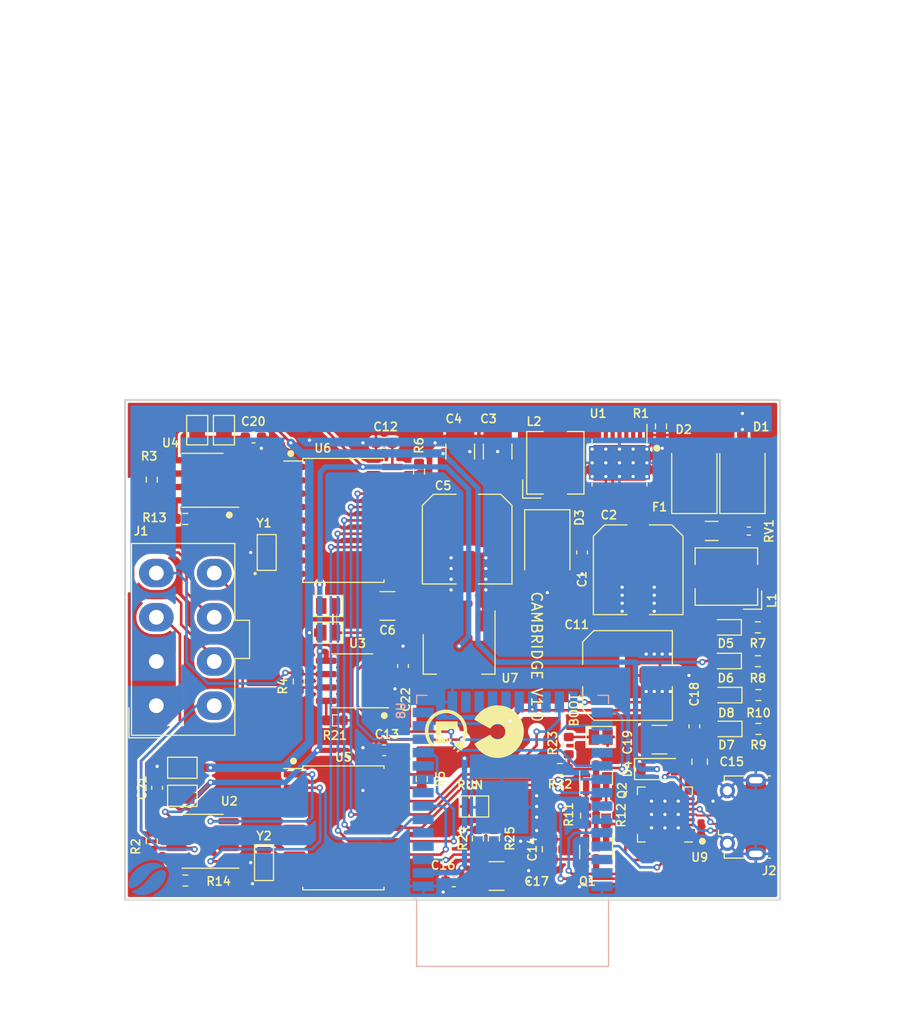
<source format=kicad_pcb>
(kicad_pcb (version 20211014) (generator pcbnew)
  (title_block (title "CAMBRIDGE V1.0") (date "2022-07-22") (rev "1") (company "CUSTOM LITHIUM") (comment 1 "ROUTING: Iwan Greyling"))
  (layers (0 "F.Cu" signal) (31 "B.Cu" signal) (34 "B.Paste" user) (35 "F.Paste" user) (36 "B.SilkS" user "B.Silkscreen") (37 "F.SilkS" user "F.Silkscreen") (38 "B.Mask" user) (39 "F.Mask" user) (44 "Edge.Cuts" user))
  (net 0 "")
  (net 1 "+12V")
  (net 2 "GND")
  (net 3 "+5V")
  (net 4 "+3V3")
  (net 5 "/EN")
  (net 6 "Net-(C15-Pad2)")
  (net 7 "/V_USB")
  (net 8 "Net-(C20-Pad1)")
  (net 9 "Net-(C21-Pad1)")
  (net 10 "Net-(C22-Pad1)")
  (net 11 "Net-(D1-Pad1)")
  (net 12 "VBUS")
  (net 13 "Net-(D3-Pad1)")
  (net 14 "Net-(D5-Pad1)")
  (net 15 "Net-(D6-Pad1)")
  (net 16 "Net-(D7-Pad1)")
  (net 17 "/LED1")
  (net 18 "Net-(D8-Pad1)")
  (net 19 "/LED0")
  (net 20 "Net-(F1-Pad2)")
  (net 21 "/CAN_B_L")
  (net 22 "/CAN_C_L")
  (net 23 "/CAN_B_H")
  (net 24 "/CAN_A_L")
  (net 25 "/CAN_A_H")
  (net 26 "/CAN_C_H")
  (net 27 "/USB_D-")
  (net 28 "/USB_D+")
  (net 29 "/OTG")
  (net 30 "/RTS")
  (net 31 "Net-(Q1-Pad2)")
  (net 32 "/DTR")
  (net 33 "Net-(Q2-Pad2)")
  (net 34 "Net-(R1-Pad2)")
  (net 35 "Net-(R5-Pad1)")
  (net 36 "Net-(R6-Pad1)")
  (net 37 "Net-(U2-Pad1)")
  (net 38 "Net-(U2-Pad4)")
  (net 39 "Net-(R13-Pad2)")
  (net 40 "/CAN_INT_TX")
  (net 41 "/CAN_INT_RX")
  (net 42 "Net-(R14-Pad2)")
  (net 43 "Net-(U4-Pad1)")
  (net 44 "Net-(U4-Pad4)")
  (net 45 "Net-(R21-Pad2)")
  (net 50 "Net-(U5-Pad7)")
  (net 51 "Net-(U5-Pad8)")
  (net 54 "/INT_CAN1")
  (net 55 "/SCK")
  (net 56 "/MOSI")
  (net 57 "/MISO")
  (net 58 "/CS_CAN1")
  (net 63 "Net-(U6-Pad7)")
  (net 64 "Net-(U6-Pad8)")
  (net 67 "/INT_CAN0")
  (net 68 "/CS_CAN0")
  (net 82 "/IO0")
  (net 87 "/ESP_RX")
  (net 88 "/ESP_TX")
  (net 91 "/DCD")
  (net 92 "/RI")
  (net 96 "/ACTIVE")
  (net 108 "/CTS")
  (net 109 "/DSR")
  (net 110 "Net-(J3-Pad1)")
  (net 111 "Net-(J4-Pad1)")
  (footprint "Inductor_SMD:L_Bourns_SRP5030T" (layer "F.Cu") (at 181.61 91.44 180)
    (fp_text reference "L1")
    (fp_text value "470u")
  )
  (footprint "Capacitor_SMD:C_1210_3225Metric" (layer "F.Cu") (at 149.401 94.234 180)
    (fp_text reference "C6")
    (fp_text value "4U7")
  )
  (footprint "Capacitor_SMD:C_0603_1608Metric" (layer "F.Cu") (at 136.665 78.232)
    (fp_text reference "C20")
    (fp_text value "100NF")
  )
  (footprint "Resistor_SMD:R_0603_1608Metric" (layer "F.Cu") (at 130.187991 85.966519 180)
    (fp_text reference "R13")
    (fp_text value "10K")
  )
  (footprint "Jumper:SolderJumper-2_P1.3mm_Open_Pad1.0x1.5mm" (layer "F.Cu") (at 129.906 109.601 180)
    (fp_text reference "R17" hide)
    (fp_text value "0R")
  )
  (footprint "Jumper:SolderJumper-2_P1.3mm_Open_Pad1.0x1.5mm" (layer "F.Cu") (at 133.858 77.534 -90)
    (fp_text reference "R16" hide)
    (fp_text value "0R")
  )
  (footprint "Capacitor_SMD:C_1210_3225Metric" (layer "F.Cu") (at 175.26 106.934 180)
    (fp_text reference "C19")
    (fp_text value "4U7")
  )
  (footprint "Connector_Molex:Molex_Mini-Fit_Jr_5566-08A_2x04_P4.20mm_Vertical" (layer "F.Cu") (at 127.433 103.709 90)
    (fp_text reference "J1")
    (fp_text value "Conn_01x08")
  )
  (footprint "Package_TO_SOT_SMD:SOT-23" (layer "F.Cu") (at 169.23 110.5685 90)
    (fp_text reference "Q2")
    (fp_text value "PN2222A")
  )
  (footprint "Capacitor_SMD:C_0603_1608Metric" (layer "F.Cu") (at 150.876 99.932395 90)
    (fp_text reference "C22")
    (fp_text value "100NF")
  )
  (footprint "Resistor_SMD:R_0603_1608Metric" (layer "F.Cu") (at 127 82.233 -90)
    (fp_text reference "R3")
    (fp_text value "120R")
  )
  (footprint "Jumper:SolderJumper-2_P1.3mm_Open_Pad1.0x1.5mm" (layer "F.Cu") (at 129.906 112.268 180)
    (fp_text reference "R19" hide)
    (fp_text value "0R")
  )
  (footprint "Resistor_SMD:R_0603_1608Metric" (layer "F.Cu") (at 127 116.586 -90)
    (fp_text reference "R2")
    (fp_text value "120R")
  )
  (footprint "Jumper:SolderJumper-2_P1.3mm_Open_Pad1.0x1.5mm" (layer "F.Cu") (at 143.758 96.774)
    (fp_text reference "R18" hide)
    (fp_text value "0R")
  )
  (footprint "Capacitor_SMD:C_0805_2012Metric" (layer "F.Cu") (at 179.07 109.032 -90)
    (fp_text reference "C15")
    (fp_text value "1UF")
  )
  (footprint "Package_SO:SOIC-8_3.9x4.9mm_P1.27mm" (layer "F.Cu") (at 131.826 82.296 180)
    (fp_text reference "U4")
    (fp_text value "SN65HVD231")
  )
  (footprint "Capacitor_SMD:C_0603_1608Metric" (layer "F.Cu") (at 155.702 120.396 180)
    (fp_text reference "C16")
    (fp_text value "100NF")
  )
  (footprint "Capacitor_SMD:C_0603_1608Metric" (layer "F.Cu") (at 149.085 107.95 180)
    (fp_text reference "C13")
    (fp_text value "100NF")
  )
  (footprint "Fiducial:Fiducial_1mm_Mask2mm" (layer "F.Cu") (at 126.746 76.708)
    (fp_text reference "FID2" hide)
    (fp_text value "Fiducial")
  )
  (footprint "Diode_SMD:D_SMB" (layer "F.Cu") (at 164.592 88.646 -90)
    (fp_text reference "D3")
    (fp_text value "D_Schottky")
  )
  (footprint "Jumper:SolderJumper-2_P1.3mm_Open_Pad1.0x1.5mm" (layer "F.Cu") (at 157.622 113.284 180)
    (fp_text reference "RUN")
    (fp_text value "Conn_01x02_Male")
  )
  (footprint "Diode_SMD:D_SMB" (layer "F.Cu") (at 178.562 81.906 90)
    (fp_text reference "D2")
    (fp_text value "SM6T15A")
  )
  (footprint "Inductor_SMD:L_Bourns_SRP5030T" (layer "F.Cu") (at 165.354 80.636 90)
    (fp_text reference "L2")
    (fp_text value "4u7H")
  )
  (footprint "Resistor_SMD:R_0603_1608Metric" (layer "F.Cu") (at 184.658 105.918 180)
    (fp_text reference "R9")
    (fp_text value "470R")
  )
  (footprint "Fiducial:Fiducial_1mm_Mask2mm" (layer "F.Cu") (at 181.102 120.396)
    (fp_text reference "FID1" hide)
    (fp_text value "Fiducial")
  )
  (footprint "LED_SMD:LED_0603_1608Metric" (layer "F.Cu") (at 181.547 96.266 180)
    (fp_text reference "D5")
    (fp_text value "LED_Small")
  )
  (footprint "Capacitor_SMD:C_0603_1608Metric" (layer "F.Cu") (at 149.085 78.74 180)
    (fp_text reference "C12")
    (fp_text value "100NF")
  )
  (footprint "Capacitor_SMD:C_1210_3225Metric" (layer "F.Cu") (at 159.766 119.888)
    (fp_text reference "C17")
    (fp_text value "4U7")
  )
  (footprint "Capacitor_SMD:C_0603_1608Metric" (layer "F.Cu") (at 127.508 111.506 90)
    (fp_text reference "C21")
    (fp_text value "100NF")
  )
  (footprint "Resistor_SMD:R_0603_1608Metric" (layer "F.Cu") (at 130.18311 120.319389 180)
    (fp_text reference "R14")
    (fp_text value "10K")
  )
  (footprint "Resistor_SMD:R_0603_1608Metric" (layer "F.Cu") (at 152.654 110.681 90)
    (fp_text reference "R5")
    (fp_text value "10K")
  )
  (footprint "Capacitor_SMD:C_Elec_8x6.2" (layer "F.Cu") (at 156.972 87.884 -90)
    (fp_text reference "C5")
    (fp_text value "220uF")
  )
  (footprint "LOGO" (layer "F.Cu") (at 154.94 106.172 -90)
    (fp_text reference "G***" hide)
    (fp_text value "LOGO" hide)
  )
  (footprint "Capacitor_SMD:C_Elec_8x6.2" (layer "F.Cu") (at 172.212 100.838)
    (fp_text reference "C11")
    (fp_text value "220uF")
  )
  (footprint "Resistor_SMD:R_0603_1608Metric" (layer "F.Cu") (at 184.598582 99.483333 180)
    (fp_text reference "R8")
    (fp_text value "1K")
  )
  (footprint "Fuse:Fuse_1206_3216Metric" (layer "F.Cu") (at 180.216 87.106293)
    (fp_text reference "F1")
    (fp_text value "Polyfuse")
  )
  (footprint "Resistor_SMD:R_0603_1608Metric" (layer "F.Cu") (at 140.97 101.409 -90)
    (fp_text reference "R4")
    (fp_text value "120R")
  )
  (footprint "Package_SO:SOIC-18W_7.5x11.6mm_P1.27mm" (layer "F.Cu") (at 145.21 86.106)
    (fp_text reference "U6")
    (fp_text value "MCP2515-xSO")
  )
  (footprint "Diode_SMD:D_SMB" (layer "F.Cu") (at 183.134 81.906 90)
    (fp_text reference "D1")
    (fp_text value "D_Schottky")
  )
  (footprint "Resistor_SMD:R_0603_1608Metric" (layer "F.Cu") (at 166.624 107.505 -90)
    (fp_text reference "R23")
    (fp_text value "470R")
  )
  (footprint "Resistor_SMD:R_0402_1005Metric" (layer "F.Cu") (at 183.74353 87.122)
    (fp_text reference "RV1")
    (fp_text value "Varistor")
  )
  (footprint "IG - XTAL:CSTCE8M00G15C99-R0" (layer "F.Cu") (at 137.668 118.618 90)
    (fp_text reference "Y2")
    (fp_text value "CSTCE8M00G15C99-R0")
  )
  (footprint "LED_SMD:LED_0603_1608Metric" (layer "F.Cu") (at 181.61 105.918 180)
    (fp_text reference "D7")
    (fp_text value "LED_Small")
  )
  (footprint "LED_SMD:LED_0603_1608Metric" (layer "F.Cu") (at 181.55072 99.46396 180)
    (fp_text reference "D6")
    (fp_text value "LED_Small")
  )
  (footprint "Capacitor_SMD:C_0805_2012Metric" (layer "F.Cu") (at 164.846 117.348 90)
    (fp_text reference "C14")
    (fp_text value "1UF")
  )
  (footprint "LOGO" (layer "F.Cu") (at 160.02 106.172 -90)
    (fp_text reference "G***" hide)
    (fp_text value "LOGO" hide)
  )
  (footprint "Resistor_SMD:R_0603_1608Metric" (layer "F.Cu") (at 184.595 96.266 180)
    (fp_text reference "R7")
    (fp_text value "470R")
  )
  (footprint "Package_TO_SOT_SMD:SOT-223-3_TabPin2" (layer "F.Cu") (at 156.21 98.806 -90)
    (fp_text reference "U7")
    (fp_text value "AP1117-15")
  )
  (footprint "Package_SO:SOIC-18W_7.5x11.6mm_P1.27mm" (layer "F.Cu") (at 145.21 115.316)
    (fp_text reference "U5")
    (fp_text value "MCP2515-xSO")
  )
  (footprint "Capacitor_SMD:C_0603_1608Metric" (layer "F.Cu") (at 167.894 89.154 -90)
    (fp_text reference "C1")
    (fp_text value "100NF")
  )
  (footprint "Diode_SMD:D_SOD-123" (layer "F.Cu") (at 175.134 109.728)
    (fp_text reference "D4")
    (fp_text value "D_Schottky")
  )
  (footprint "LED_SMD:LED_0603_1608Metric" (layer "F.Cu") (at 181.604642 102.701944 180)
    (fp_text reference "D8")
    (fp_text value "LED_Small")
  )
  (footprint "Package_SO:HTSSOP-14-1EP_4.4x5mm_P0.65mm_EP3.4x5mm_Mask3x3.1mm_ThermalVias" (layer "F.Cu") (at 171.45 80.636 -90)
    (fp_text reference "U1")
    (fp_text value "TLF50211")
  )
  (footprint "Resistor_SMD:R_0603_1608Metric" (layer "F.Cu") (at 184.658 102.700666 180)
    (fp_text reference "R10")
    (fp_text value "470R")
  )
  (footprint "Connector_USB:USB_Micro-B_Molex-105017-0001" (layer "F.Cu") (at 183.1665 114.284 90)
    (fp_text reference "J2")
    (fp_text value "USB_B_Micro")
  )
  (footprint "Capacitor_SMD:C_0603_1608Metric" (layer "F.Cu") (at 178.562 105.664 90)
    (fp_text reference "C18")
    (fp_text value "100NF")
  )
  (footprint "Jumper:SolderJumper-2_P1.3mm_Open_Pad1.0x1.5mm" (layer "F.Cu") (at 143.758 94.234)
    (fp_text reference "R20" hide)
    (fp_text value "0R")
  )
  (footprint "Jumper:SolderJumper-2_P1.3mm_Open_Pad1.0x1.5mm" (layer "F.Cu") (at 169.672 106.68)
    (fp_text reference "BOOT")
    (fp_text value "Conn_01x02_Male")
  )
  (footprint "Resistor_SMD:R_0603_1608Metric" (layer "F.Cu") (at 157.988 116.332 90)
    (fp_text reference "R24")
    (fp_text value "12K")
  )
  (footprint "IG - XTAL:CSTCE8M00G15C99-R0" (layer "F.Cu") (at 137.922 89.154 90)
    (fp_text reference "Y1")
    (fp_text value "CSTCE8M00G15C99-R0")
  )
  (footprint "Resistor_SMD:R_0603_1608Metric" (layer "F.Cu") (at 159.512 116.332 -90)
    (fp_text reference "R25")
    (fp_text value "470R")
  )
  (footprint "Resistor_SMD:R_0603_1608Metric" (layer "F.Cu") (at 175.39264 77.179545 90)
    (fp_text reference "R1")
    (fp_text value "47K")
  )
  (footprint "Package_DFN_QFN:QFN-28-1EP_5x5mm_P0.5mm_EP3.35x3.35mm" (layer "F.Cu") (at 175.768 114.046 180)
    (fp_text reference "U9")
    (fp_text value "CP2102N-Axx-xQFN28")
  )
  (footprint "Jumper:SolderJumper-2_P1.3mm_Open_Pad1.0x1.5mm" (layer "F.Cu") (at 131.318 77.534 -90)
    (fp_text reference "R15" hide)
    (fp_text value "0R")
  )
  (footprint "Resistor_SMD:R_0603_1608Metric" (layer "F.Cu") (at 152.4 81.471 90)
    (fp_text reference "R6")
    (fp_text value "10K")
  )
  (footprint "Package_SO:SOIC-8_3.9x4.9mm_P1.27mm" (layer "F.Cu") (at 146.05 101.346 180)
    (fp_text reference "U3")
    (fp_text value "SN65HVD231")
  )
  (footprint "Resistor_SMD:R_0603_1608Metric" (layer "F.Cu") (at 144.396952 105.10367 180)
    (fp_text reference "R21")
    (fp_text value "10K")
  )
  (footprint "Package_TO_SOT_SMD:SOT-23" (layer "F.Cu") (at 169.23 117.602 -90)
    (fp_text reference "Q1")
    (fp_text value "PN2222A")
  )
  (footprint "Resistor_SMD:R_0603_1608Metric" (layer "F.Cu") (at 168.279983 114.147264 90)
    (fp_text reference "R11")
    (fp_text value "12K")
  )
  (footprint "Package_SO:SOIC-8_3.9x4.9mm_P1.27mm" (layer "F.Cu") (at 131.826 116.586 180)
    (fp_text reference "U2")
    (fp_text value "SN65HVD231")
  )
  (footprint "Resistor_SMD:R_0603_1608Metric" (layer "F.Cu") (at 170.18 114.1245 -90)
    (fp_text reference "R12")
    (fp_text value "12K")
  )
  (footprint "Capacitor_SMD:C_1210_3225Metric" (layer "F.Cu") (at 156.312 79.571 90)
    (fp_text reference "C4")
    (fp_text value "4U7")
  )
  (footprint "Resistor_SMD:R_0603_1608Metric" (layer "F.Cu") (at 165.799 109.728 180)
    (fp_text reference "R22")
    (fp_text value "12K")
  )
  (footprint "Capacitor_SMD:C_Elec_8x6.2" (layer "F.Cu") (at 173.228 90.796 -90)
    (fp_text reference "C2")
    (fp_text value "220uF")
  )
  (footprint "Capacitor_SMD:C_1210_3225Metric" (layer "F.Cu") (at 159.868 79.571 90)
    (fp_text reference "C3")
    (fp_text value "4U7")
  )
  (footprint "RF_Module:ESP32-WROOM-32" (layer "B.Cu") (at 161.29 112.606)
    (fp_text reference "U8")
    (fp_text value "ESP32-WROOM-32D")
  )
  (footprint "IG - Mech:Signature" (layer "B.Cu") (at 128.447302 121.924664 180)
    (fp_text reference "*1" hide)
    (fp_text value "Signature")
  )
  (gr_circle (center 140.462 108.966) (end 140.716 108.966) (layer "F.SilkS") (width 0.15) (fill solid))
  (gr_circle (center 134.366 85.598) (end 134.62 85.598) (layer "F.SilkS") (width 0.15) (fill solid))
  (gr_circle (center 149.098 104.648) (end 149.352 104.648) (layer "F.SilkS") (width 0.15) (fill solid))
  (gr_circle (center 175.006 79.248) (end 175.26 79.248) (layer "F.SilkS") (width 0.15) (fill solid))
  (gr_circle (center 140.208 79.756) (end 140.462 79.756) (layer "F.SilkS") (width 0.15) (fill solid))
  (gr_circle (center 179.324 116.586) (end 179.578 116.586) (layer "F.SilkS") (width 0.15) (fill solid))
  (gr_rect (start 124.46 74.676) (end 186.69 122.136) (layer "Edge.Cuts") (width 0.2) (fill none))
  (gr_text "CAMBRIDGE V1.0\n" (at 163.576 99.06 270) (layer "F.SilkS") (effects (font (size 1 1))))
  (segment (start 178.054 91.44) (end 174.3225 87.7085) (width 1) (layer "F.Cu") (net 1))
  (segment (start 172.5575 88.379) (end 173.228 87.7085) (width 0.5) (layer "F.Cu") (net 1))
  (segment (start 167.894 88.379) (end 172.5575 88.379) (width 0.5) (layer "F.Cu") (net 1))
  (segment (start 179.36 91.44) (end 178.054 91.44) (width 1) (layer "F.Cu") (net 1))
  (segment (start 174.3225 87.7085) (end 173.228 87.7085) (width 1) (layer "F.Cu") (net 1))
  (segment (start 157.226 79.571) (end 157.226 79.01) (width 0.5) (layer "F.Cu") (net 2))
  (segment (start 170.8 81.286) (end 171.45 80.636) (width 0.25) (layer "F.Cu") (net 2))
  (segment (start 170.15 81.936) (end 171.45 80.636) (width 0.25) (layer "F.Cu") (net 2))
  (segment (start 170.8 83.4985) (end 170.8 81.286) (width 0.25) (layer "F.Cu") (net 2))
  (segment (start 178.218 114.546) (end 176.268 114.546) (width 0.25) (layer "F.Cu") (net 2))
  (segment (start 176.268 114.546) (end 175.768 114.046) (width 0.25) (layer "F.Cu") (net 2))
  (segment (start 171.45 77.7735) (end 171.45 80.636) (width 0.25) (layer "F.Cu") (net 2))
  (segment (start 170.15 83.4985) (end 170.15 81.936) (width 0.25) (layer "F.Cu") (net 2))
  (segment (start 157.226 79.01) (end 156.312 78.096) (width 0.5) (layer "F.Cu") (net 2))
  (segment (start 159.868 79.571) (end 159.868 78.096) (width 0.5) (layer "F.Cu") (net 2))
  (via (at 155.448 91.694) (size 0.6096) (drill 0.3048) (layers "F.Cu" "B.Cu") (net 2))
  (via (at 175.514 102.362) (size 0.6096) (drill 0.3048) (layers "F.Cu" "B.Cu") (net 2))
  (via (at 175.514 79.248) (size 0.6096) (drill 0.3048) (layers "F.Cu" "B.Cu") (net 2))
  (via (at 141.986 78.486) (size 0.6096) (drill 0.3048) (layers "F.Cu" "B.Cu") (net 2))
  (via (at 174.752 93.98) (size 0.6096) (drill 0.3048) (layers "F.Cu" "B.Cu") (net 2))
  (via (at 155.448 89.662) (size 0.6096) (drill 0.3048) (layers "F.Cu" "B.Cu") (net 2))
  (via (at 174.498 112.776) (size 0.6096) (drill 0.3048) (layers "F.Cu" "B.Cu") (net 2))
  (via (at 177.038 112.776) (size 0.6096) (drill 0.3048) (layers "F.Cu" "B.Cu") (net 2))
  (via (at 136.398 118.618) (size 0.6096) (drill 0.3048) (layers "F.Cu" "B.Cu") (net 2))
  (via (at 161.036 116.586) (size 0.6096) (drill 0.3048) (layers "F.Cu" "B.Cu") (net 2))
  (via (at 162.814 120.396) (size 0.6096) (drill 0.3048) (layers "F.Cu" "B.Cu") (net 2))
  (via (at 163.576 113.284) (size 0.6096) (drill 0.3048) (layers "F.Cu" "B.Cu") (net 2))
  (via (at 163.576 112.268) (size 0.6096) (drill 0.3048) (layers "F.Cu" "B.Cu") (net 2))
  (via (at 163.576 115.57) (size 0.6096) (drill 0.3048) (layers "F.Cu" "B.Cu") (net 2))
  (via (at 164.592 92.964) (size 0.6096) (drill 0.3048) (layers "F.Cu" "B.Cu") (net 2))
  (via (at 180.34 112.776) (size 0.6096) (drill 0.3048) (layers "F.Cu" "B.Cu") (net 2))
  (via (at 163.068 116.586) (size 0.6096) (drill 0.3048) (layers "F.Cu" "B.Cu") (net 2))
  (via (at 174.498 115.316) (size 0.6096) (drill 0.3048) (layers "F.Cu" "B.Cu") (net 2))
  (via (at 177.038 115.316) (size 0.6096) (drill 0.3048) (layers "F.Cu" "B.Cu") (net 2))
  (via (at 147.066 78.74) (size 0.6096) (drill 0.3048) (layers "F.Cu" "B.Cu") (net 2))
  (via (at 175.768 115.316) (size 0.6096) (drill 0.3048) (layers "F.Cu" "B.Cu") (net 2))
  (via (at 171.704 94.742) (size 0.6096) (drill 0.3048) (layers "F.Cu" "B.Cu") (net 2))
  (via (at 147.066 111.76) (size 0.6096) (drill 0.3048) (layers "F.Cu" "B.Cu") (net 2))
  (via (at 162.814 119.38) (size 0.6096) (drill 0.3048) (layers "F.Cu" "B.Cu") (net 2))
  (via (at 174.752 94.742) (size 0.6096) (drill 0.3048) (layers "F.Cu" "B.Cu") (net 2))
  (via (at 175.514 98.806) (size 0.6096) (drill 0.3048) (layers "F.Cu" "B.Cu") (net 2))
  (via (at 158.75 92.71) (size 0.6096) (drill 0.3048) (layers "F.Cu" "B.Cu") (net 2))
  (via (at 155.448 90.678) (size 0.6096) (drill 0.3048) (layers "F.Cu" "B.Cu") (net 2))
  (via (at 157.226 79.571) (size 0.6096) (drill 0.3048) (layers "F.Cu" "B.Cu") (net 2))
  (via (at 153.924 78.74) (size 0.6096) (drill 0.3048) (layers "F.Cu" "B.Cu") (net 2))
  (via (at 154.686 121.412) (size 0.6096) (drill 0.3048) (layers "F.Cu" "B.Cu") (net 2))
  (via (at 158.75 89.662) (size 0.6096) (drill 0.3048) (layers "F.Cu" "B.Cu") (net 2))
  (via (at 177.038 114.046) (size 0.6096) (drill 0.3048) (layers "F.Cu" "B.Cu") (net 2))
  (via (at 137.414 79.248) (size 0.6096) (drill 0.3048) (layers "F.Cu" "B.Cu") (net 2))
  (via (at 150.876 98.044) (size 0.6096) (drill 0.3048) (layers "F.Cu" "B.Cu") (net 2))
  (via (at 163.576 114.3) (size 0.6096) (drill 0.3048) (layers "F.Cu" "B.Cu") (net 2))
  (via (at 174.752 92.456) (size 0.6096) (drill 0.3048) (layers "F.Cu" "B.Cu") (net 2))
  (via (at 159.868 79.571) (size 0.6096) (drill 0.3048) (layers "F.Cu" "B.Cu") (net 2))
  (via (at 127.508 109.474) (size 0.6096) (drill 0.3048) (layers "F.Cu" "B.Cu") (net 2))
  (via (at 167.894 91.186) (size 0.6096) (drill 0.3048) (layers "F.Cu" "B.Cu") (net 2))
  (via (at 171.704 93.98) (size 0.6096) (drill 0.3048) (layers "F.Cu" "B.Cu") (net 2))
  (via (at 173.99 98.806) (size 0.6096) (drill 0.3048) (layers "F.Cu" "B.Cu") (net 2))
  (via (at 174.752 102.362) (size 0.6096) (drill 0.3048) (layers "F.Cu" "B.Cu") (net 2))
  (via (at 155.448 92.71) (size 0.6096) (drill 0.3048) (layers "F.Cu" "B.Cu") (net 2))
  (via (at 171.704 92.456) (size 0.6096) (drill 0.3048) (layers "F.Cu" "B.Cu") (net 2))
  (via (at 174.498 114.046) (size 0.6096) (drill 0.3048) (layers "F.Cu" "B.Cu") (net 2))
  (via (at 171.704 93.218) (size 0.6096) (drill 0.3048) (layers "F.Cu" "B.Cu") (net 2))
  (via (at 147.066 107.696) (size 0.6096) (drill 0.3048) (layers "F.Cu" "B.Cu") (net 2))
  (via (at 176.276 102.362) (size 0.6096) (drill 0.3048) (layers "F.Cu" "B.Cu") (net 2))
  (via (at 174.752 98.806) (size 0.6096) (drill 0.3048) (layers "F.Cu" "B.Cu") (net 2))
  (via (at 178.054 100.838) (size 0.6096) (drill 0.3048) (layers "F.Cu" "B.Cu") (net 2))
  (via (at 175.768 114.046) (size 0.6096) (drill 0.3048) (layers "F.Cu" "B.Cu") (net 2))
  (via (at 175.768 112.776) (size 0.6096) (drill 0.3048) (layers "F.Cu" "B.Cu") (net 2))
  (via (at 136.398 89.154) (size 0.6096) (drill 0.3048) (layers "F.Cu" "B.Cu") (net 2))
  (via (at 158.75 91.694) (size 0.6096) (drill 0.3048) (layers "F.Cu" "B.Cu") (net 2))
  (via (at 162.052 116.586) (size 0.6096) (drill 0.3048) (layers "F.Cu" "B.Cu") (net 2))
  (via (at 150.114 102.108) (size 0.6096) (drill 0.3048) (layers "F.Cu" "B.Cu") (net 2))
  (via (at 176.276 98.806) (size 0.6096) (drill 0.3048) (layers "F.Cu" "B.Cu") (net 2))
  (via (at 173.99 102.362) (size 0.6096) (drill 0.3048) (layers "F.Cu" "B.Cu") (net 2))
  (via (at 174.752 93.218) (size 0.6096) (drill 0.3048) (layers "F.Cu" "B.Cu") (net 2))
  (via (at 167.64 120.904) (size 0.6096) (drill 0.3048) (layers "F.Cu" "B.Cu") (net 2))
  (via (at 158.75 90.678) (size 0.6096) (drill 0.3048) (layers "F.Cu" "B.Cu") (net 2))
  (segment (start 167.64 77.724) (end 169.4505 77.724) (width 0.25) (layer "F.Cu") (net 3))
  (segment (start 138.352 76.884) (end 133.858 76.884) (width 0.25) (layer "F.Cu") (net 3))
  (segment (start 169.4505 77.724) (end 169.5 77.7735) (width 0.25) (layer "F.Cu") (net 3))
  (segment (start 165.354 78.386) (end 166.978 78.386) (width 0.25) (layer "F.Cu") (net 3))
  (segment (start 141.986 96.774) (end 143.108 96.774) (width 0.8) (layer "F.Cu") (net 3))
  (segment (start 180.76322 99.46396) (end 179.42804 99.46396) (width 0.25) (layer "F.Cu") (net 3))
  (segment (start 175.006 109.728) (end 173.484 109.728) (width 0.5) (layer "F.Cu") (net 3))
  (segment (start 132.574276 109.601) (end 130.586 109.601) (width 0.8) (layer "F.Cu") (net 3))
  (segment (start 166.978 78.386) (end 167.64 77.724) (width 0.25) (layer "F.Cu") (net 3))
  (segment (start 153.91 95.656) (end 153.91 93.486) (width 1) (layer "F.Cu") (net 3))
  (segment (start 140.208 78.74) (end 138.352 76.884) (width 0.25) (layer "F.Cu") (net 3))
  (segment (start 132.578482 109.605206) (end 132.574276 109.601) (width 0.8) (layer "F.Cu") (net 3))
  (segment (start 153.91 87.8585) (end 156.972 84.7965) (width 1) (layer "F.Cu") (net 3))
  (segment (start 179.42804 99.46396) (end 179.324 99.568) (width 0.25) (layer "F.Cu") (net 3))
  (segment (start 150.876 93.521) (end 153.875 93.521) (width 1) (layer "F.Cu") (net 3))
  (segment (start 153.875 93.521) (end 153.91 93.486) (width 1) (layer "F.Cu") (net 3))
  (segment (start 154.686 79.756) (end 155.022 79.756) (width 0.25) (layer "F.Cu") (net 3))
  (segment (start 153.91 93.486) (end 153.91 87.8585) (width 1) (layer "F.Cu") (net 3))
  (segment (start 155.022 79.756) (end 156.312 81.046) (width 0.25) (layer "F.Cu") (net 3))
  (via (at 175.006 109.728) (size 0.6096) (drill 0.3048) (layers "F.Cu" "B.Cu") (net 3))
  (via (at 132.578482 109.605206) (size 0.6096) (drill 0.3048) (layers "F.Cu" "B.Cu") (net 3))
  (via (at 179.324 99.568) (size 0.6096) (drill 0.3048) (layers "F.Cu" "B.Cu") (net 3))
  (via (at 141.986 96.774) (size 0.6096) (drill 0.3048) (layers "F.Cu" "B.Cu") (net 3))
  (via (at 154.686 79.756) (size 0.6096) (drill 0.3048) (layers "F.Cu" "B.Cu") (net 3))
  (via (at 140.208 78.74) (size 0.6096) (drill 0.3048) (layers "F.Cu" "B.Cu") (net 3))
  (segment (start 141.969001 96.757001) (end 141.986 96.774) (width 0.8) (layer "B.Cu") (net 3))
  (segment (start 141.969001 79.739001) (end 141.969001 96.757001) (width 0.8) (layer "B.Cu") (net 3))
  (segment (start 175.006 109.728) (end 173.482 109.728) (width 0.5) (layer "B.Cu") (net 3))
  (segment (start 159.766 99.568) (end 171.704 99.568) (width 0.5) (layer "B.Cu") (net 3))
  (segment (start 154.669001 79.739001) (end 154.686 79.756) (width 0.8) (layer "B.Cu") (net 3))
  (segment (start 141.986 107.188) (end 141.986 96.774) (width 0.8) (layer "B.Cu") (net 3))
  (segment (start 172.974 99.568) (end 171.704 99.568) (width 0.5) (layer "B.Cu") (net 3))
  (segment (start 140.208 78.74) (end 141.207001 79.739001) (width 0.8) (layer "B.Cu") (net 3))
  (segment (start 139.568794 109.605206) (end 141.986 107.188) (width 0.8) (layer "B.Cu") (net 3))
  (segment (start 179.324 99.568) (end 171.704 99.568) (width 0.25) (layer "B.Cu") (net 3))
  (segment (start 172.974 109.22) (end 172.974 99.568) (width 0.5) (layer "B.Cu") (net 3))
  (segment (start 173.482 109.728) (end 172.974 109.22) (width 0.5) (layer "B.Cu") (net 3))
  (segment (start 157.9952 83.0652) (end 157.9952 97.7972) (width 0.5) (layer "B.Cu") (net 3))
  (segment (start 154.686 79.756) (end 157.9952 83.0652) (width 0.5) (layer "B.Cu") (net 3))
  (segment (start 157.9952 97.7972) (end 159.766 99.568) (width 0.5) (layer "B.Cu") (net 3))
  (segment (start 141.207001 79.739001) (end 141.969001 79.739001) (width 0.8) (layer "B.Cu") (net 3))
  (segment (start 141.969001 79.739001) (end 154.669001 79.739001) (width 0.8) (layer "B.Cu") (net 3))
  (segment (start 132.578482 109.605206) (end 139.568794 109.605206) (width 0.8) (layer "B.Cu") (net 3))
  (segment (start 147.066 81.026) (end 141.732 75.692) (width 0.25) (layer "F.Cu") (net 4))
  (segment (start 132.51 75.692) (end 131.318 76.884) (width 0.25) (layer "F.Cu") (net 4))
  (segment (start 169.1245 100.838) (end 173.6965 96.266) (width 0.25) (layer "F.Cu") (net 4))
  (segment (start 152.274 110.236) (end 152.654 109.856) (width 0.25) (layer "F.Cu") (net 4))
  (segment (start 156.781 115.507) (end 156.718 115.57) (width 0.25) (layer "F.Cu") (net 4))
  (segment (start 156.464 119.126) (end 157.021 119.126) (width 0.5) (layer "F.Cu") (net 4))
  (segment (start 142.968501 94.094501) (end 143.108 94.234) (width 0.5) (layer "F.Cu") (net 4))
  (segment (start 157.988 115.507) (end 156.781 115.507) (width 0.25) (layer "F.Cu") (net 4))
  (segment (start 142.968501 92.202) (end 142.968501 94.094501) (width 0.5) (layer "F.Cu") (net 4))
  (segment (start 173.6965 96.266) (end 180.7595 96.266) (width 0.25) (layer "F.Cu") (net 4))
  (segment (start 142.748 107.95) (end 145.542 107.95) (width 0.5) (layer "F.Cu") (net 4))
  (segment (start 147.828 110.236) (end 149.86 110.236) (width 0.5) (layer "F.Cu") (net 4))
  (segment (start 152.02 81.026) (end 152.4 80.646) (width 0.25) (layer "F.Cu") (net 4))
  (segment (start 147.066 81.026) (end 152.02 81.026) (width 0.25) (layer "F.Cu") (net 4))
  (segment (start 143.51 98.552) (end 143.575 98.617) (width 0.5) (layer "F.Cu") (net 4))
  (segment (start 129.351 77.851) (end 129.351 80.391) (width 0.25) (layer "F.Cu") (net 4))
  (segment (start 145.542 107.95) (end 147.828 110.236) (width 0.5) (layer "F.Cu") (net 4))
  (segment (start 156.21 95.656) (end 156.21 98.044) (width 0.25) (layer "F.Cu") (net 4))
  (segment (start 149.86 78.74) (end 149.86 81.026) (width 0.25) (layer "F.Cu") (net 4))
  (segment (start 130.318 76.884) (end 129.351 77.851) (width 0.25) (layer "F.Cu") (net 4))
  (segment (start 157.021 119.126) (end 157.783 119.888) (width 0.5) (layer "F.Cu") (net 4))
  (segment (start 143.575 98.617) (end 143.575 99.441) (width 0.5) (layer "F.Cu") (net 4))
  (segment (start 131.318 76.884) (end 130.318 76.884) (width 0.25) (layer "F.Cu") (net 4))
  (segment (start 156.477 120.396) (end 156.464 120.383) (width 0.5) (layer "F.Cu") (net 4))
  (segment (start 132.588 110.998) (end 131.318 112.268) (width 0.5) (layer "F.Cu") (net 4))
  (segment (start 128.27 113.792) (end 129.159 114.681) (width 0.25) (layer "F.Cu") (net 4))
  (segment (start 149.86 107.95) (end 149.86 110.236) (width 0.25) (layer "F.Cu") (net 4))
  (segment (start 131.318 112.268) (end 130.556 112.268) (width 0.5) (layer "F.Cu") (net 4))
  (segment (start 142.968501 98.518501) (end 143.002 98.552) (width 0.5) (layer "F.Cu") (net 4))
  (segment (start 141.732 75.692) (end 132.51 75.692) (width 0.25) (layer "F.Cu") (net 4))
  (segment (start 129.159 114.681) (end 129.351 114.681) (width 0.25) (layer "F.Cu") (net 4))
  (segment (start 143.002 98.552) (end 143.51 98.552) (width 0.5) (layer "F.Cu") (net 4))
  (segment (start 149.86 81.026) (end 152.02 81.026) (width 0.25) (layer "F.Cu") (net 4))
  (segment (start 149.86 110.236) (end 152.274 110.236) (width 0.25) (layer "F.Cu") (net 4))
  (segment (start 156.464 120.383) (end 156.464 119.126) (width 0.5) (layer "F.Cu") (net 4))
  (via (at 142.748 107.95) (size 0.6096) (drill 0.3048) (layers "F.Cu" "B.Cu") (net 4))
  (via (at 156.464 119.126) (size 0.6096) (drill 0.3048) (layers "F.Cu" "B.Cu") (net 4))
  (via (at 142.968501 98.518501) (size 0.6096) (drill 0.3048) (layers "F.Cu" "B.Cu") (net 4))
  (via (at 147.066 81.026) (size 0.6096) (drill 0.3048) (layers "F.Cu" "B.Cu") (net 4))
  (via (at 132.588 110.998) (size 0.6096) (drill 0.3048) (layers "F.Cu" "B.Cu") (net 4))
  (via (at 156.718 108.712) (size 0.6096) (drill 0.3048) (layers "F.Cu" "B.Cu") (net 4))
  (via (at 142.968501 92.202) (size 0.6096) (drill 0.3048) (layers "F.Cu" "B.Cu") (net 4))
  (via (at 156.21 98.044) (size 0.6096) (drill 0.3048) (layers "F.Cu" "B.Cu") (net 4))
  (via (at 128.27 113.792) (size 0.6096) (drill 0.3048) (layers "F.Cu" "B.Cu") (net 4))
  (via (at 156.718 115.57) (size 0.6096) (drill 0.3048) (layers "F.Cu" "B.Cu") (net 4))
  (segment (start 156.718 118.872) (end 156.464 119.126) (width 0.5) (layer "B.Cu") (net 4))
  (segment (start 142.968501 92.202) (end 142.968501 98.518501) (width 0.5) (layer "B.Cu") (net 4))
  (segment (start 147.066 81.026) (end 154.96673 81.026) (width 0.5) (layer "B.Cu") (net 4))
  (segment (start 143.002 92.168501) (end 142.968501 92.202) (width 0.5) (layer "B.Cu") (net 4))
  (segment (start 128.27 113.792) (end 129.794 113.792) (width 0.25) (layer "B.Cu") (net 4))
  (segment (start 147.066 81.026) (end 143.51 81.026) (width 0.5) (layer "B.Cu") (net 4))
  (segment (start 142.968501 98.518501) (end 142.968501 107.729499) (width 0.5) (layer "B.Cu") (net 4))
  (segment (start 155.999 119.591) (end 152.79 119.591) (width 0.5) (layer "B.Cu") (net 4))
  (segment (start 139.7 110.998) (end 132.588 110.998) (width 0.5) (layer "B.Cu") (net 4))
  (segment (start 156.464 119.126) (end 155.999 119.591) (width 0.5) (layer "B.Cu") (net 4))
  (segment (start 157.119896 97.134104) (end 156.21 98.044) (width 0.5) (layer "B.Cu") (net 4))
  (segment (start 156.718 108.712) (end 156.718 115.57) (width 0.5) (layer "B.Cu") (net 4))
  (segment (start 129.794 113.792) (end 132.588 110.998) (width 0.25) (layer "B.Cu") (net 4))
  (segment (start 157.119896 83.179166) (end 157.119896 97.134104) (width 0.5) (layer "B.Cu") (net 4))
  (segment (start 156.718 115.57) (end 156.718 118.872) (width 0.5) (layer "B.Cu") (net 4))
  (segment (start 142.968501 107.729499) (end 142.748 107.95) (width 0.5) (layer "B.Cu") (net 4))
  (segment (start 142.748 107.95) (end 139.7 110.998) (width 0.5) (layer "B.Cu") (net 4))
  (segment (start 143.002 81.534) (end 143.002 92.168501) (width 0.5) (layer "B.Cu") (net 4))
  (segment (start 143.51 81.026) (end 143.002 81.534) (width 0.5) (layer "B.Cu") (net 4))
  (segment (start 154.96673 81.026) (end 157.119896 83.179166) (width 0.5) (layer "B.Cu") (net 4))
  (segment (start 154.94 118.364) (end 155.194 118.364) (width 0.25) (layer "F.Cu") (net 5))
  (segment (start 157.988 117.856) (end 164.404 117.856) (width 0.25) (layer "F.Cu") (net 5))
  (segment (start 155.194 118.364) (end 155.702 117.856) (width 0.25) (layer "F.Cu") (net 5))
  (segment (start 164.404 117.856) (end 164.846 118.298) (width 0.25) (layer "F.Cu") (net 5))
  (segment (start 164.846 118.298) (end 168.9885 118.298) (width 0.25) (layer "F.Cu") (net 5))
  (segment (start 157.988 117.157) (end 157.988 117.856) (width 0.25) (layer "F.Cu") (net 5))
  (segment (start 155.702 117.856) (end 157.988 117.856) (width 0.25) (layer "F.Cu") (net 5))
  (segment (start 154.989843 118.314157) (end 154.94 118.364) (width 0.25) (layer "F.Cu") (net 5))
  (segment (start 168.9885 118.298) (end 169.23 118.5395) (width 0.25) (layer "F.Cu") (net 5))
  (segment (start 159.512 117.157) (end 157.988 117.157) (width 0.25) (layer "F.Cu") (net 5))
  (via (at 154.94 118.364) (size 0.6096) (drill 0.3048) (layers "F.Cu" "B.Cu") (net 5))
  (segment (start 154.94 118.364) (end 152.833 118.364) (width 0.25) (layer "B.Cu") (net 5))
  (segment (start 152.833 118.364) (end 152.79 118.321) (width 0.25) (layer "B.Cu") (net 5))
  (segment (start 179.578 109.982) (end 179.578 112.134008) (width 0.25) (layer "F.Cu") (net 6))
  (segment (start 178.666008 113.046) (end 178.218 113.046) (width 0.25) (layer "F.Cu") (net 6))
  (segment (start 179.578 112.134008) (end 178.666008 113.046) (width 0.25) (layer "F.Cu") (net 6))
  (segment (start 176.784 109.728) (end 177.268 110.212) (width 0.25) (layer "F.Cu") (net 7))
  (segment (start 176.784 109.728) (end 176.53 109.728) (width 0.25) (layer "F.Cu") (net 7))
  (segment (start 180.086 115.57) (end 181.69 115.57) (width 0.25) (layer "F.Cu") (net 7))
  (segment (start 176.735 106.934) (end 176.784 106.983) (width 0.25) (layer "F.Cu") (net 7))
  (segment (start 178.562 106.439) (end 177.23 106.439) (width 0.25) (layer "F.Cu") (net 7))
  (segment (start 176.76 109.752) (end 176.784 109.728) (width 0.25) (layer "F.Cu") (net 7))
  (segment (start 181.69 115.57) (end 181.704 115.584) (width 0.25) (layer "F.Cu") (net 7))
  (segment (start 176.53 109.728) (end 175.768 110.49) (width 0.25) (layer "F.Cu") (net 7))
  (segment (start 177.268 110.212) (end 177.268 111.596) (width 0.25) (layer "F.Cu") (net 7))
  (segment (start 177.23 106.439) (end 176.735 106.934) (width 0.25) (layer "F.Cu") (net 7))
  (segment (start 176.784 106.983) (end 176.784 109.728) (width 0.25) (layer "F.Cu") (net 7))
  (via (at 180.086 115.57) (size 0.6096) (drill 0.3048) (layers "F.Cu" "B.Cu") (net 7))
  (via (at 175.768 110.49) (size 0.6096) (drill 0.3048) (layers "F.Cu" "B.Cu") (net 7))
  (segment (start 176.784 110.49) (end 175.768 110.49) (width 0.25) (layer "B.Cu") (net 7))
  (segment (start 180.086 115.57) (end 179.07 115.57) (width 0.25) (layer "B.Cu") (net 7))
  (segment (start 178.4402 114.9402) (end 178.4402 112.1462) (width 0.25) (layer "B.Cu") (net 7))
  (segment (start 179.07 115.57) (end 178.4402 114.9402) (width 0.25) (layer "B.Cu") (net 7))
  (segment (start 178.4402 112.1462) (end 176.784 110.49) (width 0.25) (layer "B.Cu") (net 7))
  (segment (start 131.318 81.026) (end 131.953 81.661) (width 0.25) (layer "F.Cu") (net 8))
  (segment (start 135.842 78.184) (end 135.89 78.232) (width 0.25) (layer "F.Cu") (net 8))
  (segment (start 131.318 78.184) (end 133.858 78.184) (width 0.25) (layer "F.Cu") (net 8))
  (segment (start 131.318 78.184) (end 131.318 81.026) (width 0.25) (layer "F.Cu") (net 8))
  (segment (start 133.858 78.184) (end 135.842 78.184) (width 0.25) (layer "F.Cu") (net 8))
  (segment (start 131.953 81.661) (end 134.301 81.661) (width 0.25) (layer "F.Cu") (net 8))
  (segment (start 129.243 112.281) (end 129.256 112.268) (width 0.25) (layer "F.Cu") (net 9))
  (segment (start 129.256 112.268) (end 129.256 113.254) (width 0.25) (layer "F.Cu") (net 9))
  (segment (start 129.256 113.254) (end 129.54 113.538) (width 0.25) (layer "F.Cu") (net 9))
  (segment (start 130.556 113.538) (end 131.064 114.046) (width 0.25) (layer "F.Cu") (net 9))
  (segment (start 131.953 115.951) (end 133.285 115.951) (width 0.25) (layer "F.Cu") (net 9))
  (segment (start 131.064 115.062) (end 131.953 115.951) (width 0.25) (layer "F.Cu") (net 9))
  (segment (start 129.54 113.538) (end 130.556 113.538) (width 0.25) (layer "F.Cu") (net 9))
  (segment (start 127.508 112.281) (end 129.243 112.281) (width 0.25) (layer "F.Cu") (net 9))
  (segment (start 131.064 114.046) (end 131.064 115.062) (width 0.25) (layer "F.Cu") (net 9))
  (segment (start 129.256 109.601) (end 129.256 112.268) (width 0.25) (layer "F.Cu") (net 9))
  (segment (start 149.990605 100.707395) (end 149.990605 97.920605) (width 0.25) (layer "F.Cu") (net 10))
  (segment (start 148.844 96.774) (end 144.408 96.774) (width 0.25) (layer "F.Cu") (net 10))
  (segment (start 150.758347 100.707395) (end 149.990605 100.707395) (width 0.25) (layer "F.Cu") (net 10))
  (segment (start 149.990605 97.920605) (end 148.844 96.774) (width 0.25) (layer "F.Cu") (net 10))
  (segment (start 149.990605 100.707395) (end 148.528605 100.707395) (width 0.25) (layer "F.Cu") (net 10))
  (segment (start 144.408 94.234) (end 144.408 96.774) (width 0.25) (layer "F.Cu") (net 10))
  (segment (start 148.528605 100.707395) (end 148.525 100.711) (width 0.25) (layer "F.Cu") (net 10))
  (segment (start 183.134 84.056) (end 178.562 84.056) (width 1) (layer "F.Cu") (net 11))
  (segment (start 178.562 86.852293) (end 178.816 87.106293) (width 1) (layer "F.Cu") (net 11))
  (segment (start 178.562 84.056) (end 178.562 86.852293) (width 1) (layer "F.Cu") (net 11))
  (segment (start 183.134 77.978) (end 183.134 79.756) (width 1) (layer "F.Cu") (net 12))
  (segment (start 183.134 77.978) (end 183.134 75.946) (width 1) (layer "F.Cu") (net 12))
  (segment (start 183.134 77.47) (end 183.134 77.978) (width 1) (layer "F.Cu") (net 12))
  (via (at 183.134 77.47) (size 0.6096) (drill 0.3048) (layers "F.Cu" "B.Cu") (net 12))
  (via (at 183.134 75.946) (size 0.6096) (drill 0.3048) (layers "F.Cu" "B.Cu") (net 12))
  (segment (start 128.329 99.509) (end 127.433 99.509) (width 1) (layer "B.Cu") (net 12))
  (segment (start 127.433 99.509) (end 127.433 99.239) (width 1) (layer "B.Cu") (net 12))
  (segment (start 171.196 85.09) (end 167.558 85.09) (width 0.25) (layer "F.Cu") (net 13))
  (segment (start 167.558 85.09) (end 165.354 82.886) (width 0.25) (layer "F.Cu") (net 13))
  (segment (start 171.45 83.4985) (end 171.45 84.836) (width 0.25) (layer "F.Cu") (net 13))
  (segment (start 164.592 83.648) (end 165.354 82.886) (width 0.25) (layer "F.Cu") (net 13))
  (segment (start 164.592 86.496) (end 164.592 83.648) (width 0.25) (layer "F.Cu") (net 13))
  (segment (start 171.45 84.836) (end 171.196 85.09) (width 0.25) (layer "F.Cu") (net 13))
  (segment (start 182.3345 96.266) (end 183.77 96.266) (width 0.25) (layer "F.Cu") (net 14))
  (segment (start 183.754209 99.46396) (end 183.773582 99.483333) (width 0.25) (layer "F.Cu") (net 15))
  (segment (start 182.33822 99.46396) (end 183.754209 99.46396) (width 0.25) (layer "F.Cu") (net 15))
  (segment (start 182.3975 105.918) (end 183.833 105.918) (width 0.25) (layer "F.Cu") (net 16))
  (segment (start 162.052 104.14) (end 177.038 104.14) (width 0.25) (layer "F.Cu") (net 17))
  (segment (start 177.038 104.14) (end 177.8 103.378) (width 0.25) (layer "F.Cu") (net 17))
  (segment (start 161.036 105.156) (end 162.052 104.14) (width 0.25) (layer "F.Cu") (net 17))
  (segment (start 177.8 103.378) (end 179.578 103.378) (width 0.25) (layer "F.Cu") (net 17))
  (segment (start 179.578 103.378) (end 180.848 104.648) (width 0.25) (layer "F.Cu") (net 17))
  (segment (start 180.848 104.648) (end 180.848 105.8925) (width 0.25) (layer "F.Cu") (net 17))
  (segment (start 180.848 105.8925) (end 180.8225 105.918) (width 0.25) (layer "F.Cu") (net 17))
  (via (at 161.036 105.156) (size 0.6096) (drill 0.3048) (layers "F.Cu" "B.Cu") (net 17))
  (segment (start 160.782 105.41) (end 153.001 105.41) (width 0.25) (layer "B.Cu") (net 17))
  (segment (start 161.036 105.156) (end 160.782 105.41) (width 0.25) (layer "B.Cu") (net 17))
  (segment (start 153.001 105.41) (end 152.79 105.621) (width 0.25) (layer "B.Cu") (net 17))
  (segment (start 182.392142 102.701944) (end 183.831722 102.701944) (width 0.25) (layer "F.Cu") (net 18))
  (segment (start 183.831722 102.701944) (end 183.833 102.700666) (width 0.25) (layer "F.Cu") (net 18))
  (segment (start 176.784 103.378) (end 177.460056 102.701944) (width 0.25) (layer "F.Cu") (net 19))
  (segment (start 177.460056 102.701944) (end 180.817142 102.701944) (width 0.25) (layer "F.Cu") (net 19))
  (segment (start 168.148 103.378) (end 176.784 103.378) (width 0.25) (layer "F.Cu") (net 19))
  (via (at 168.148 103.378) (size 0.6096) (drill 0.3048) (layers "F.Cu" "B.Cu") (net 19))
  (segment (start 167.005 103.351) (end 168.121 103.351) (width 0.25) (layer "B.Cu") (net 19))
  (segment (start 168.121 103.351) (end 168.148 103.378) (width 0.25) (layer "B.Cu") (net 19))
  (segment (start 183.86 90.134) (end 183.86 91.44) (width 1) (layer "F.Cu") (net 20))
  (segment (start 181.616 87.89) (end 183.86 90.134) (width 1) (layer "F.Cu") (net 20))
  (segment (start 181.616 87.106293) (end 181.616 87.89) (width 1) (layer "F.Cu") (net 20))
  (segment (start 181.616 87.106293) (end 183.217823 87.106293) (width 0.5) (layer "F.Cu") (net 20))
  (segment (start 183.217823 87.106293) (end 183.23353 87.122) (width 0.5) (layer "F.Cu") (net 20))
  (segment (start 129.667 96.901) (end 129.667 105.283) (width 0.25) (layer "F.Cu") (net 21))
  (segment (start 129.667 105.283) (end 125.984 108.966) (width 0.25) (layer "F.Cu") (net 21))
  (segment (start 129.34029 115.96171) (end 129.351 115.951) (width 0.25) (layer "F.Cu") (net 21))
  (segment (start 127.89971 115.96171) (end 129.34029 115.96171) (width 0.25) (layer "F.Cu") (net 21))
  (segment (start 127.433 95.309) (end 128.075 95.309) (width 0.25) (layer "F.Cu") (net 21))
  (segment (start 127 115.761) (end 127.699 115.761) (width 0.25) (layer "F.Cu") (net 21))
  (segment (start 127.699 115.761) (end 127.89971 115.96171) (width 0.25) (layer "F.Cu") (net 21))
  (segment (start 125.984 108.966) (end 125.984 115.57) (width 0.25) (layer "F.Cu") (net 21))
  (segment (start 128.075 95.309) (end 129.667 96.901) (width 0.25) (layer "F.Cu") (net 21))
  (segment (start 126.175 115.761) (end 127 115.761) (width 0.25) (layer "F.Cu") (net 21))
  (segment (start 125.984 115.57) (end 126.175 115.761) (width 0.25) (layer "F.Cu") (net 21))
  (segment (start 143.575 100.711) (end 141.097 100.711) (width 0.25) (layer "F.Cu") (net 22))
  (segment (start 141.097 100.711) (end 140.97 100.584) (width 0.25) (layer "F.Cu") (net 22))
  (segment (start 139.7 100.584) (end 140.97 100.584) (width 0.25) (layer "F.Cu") (net 22))
  (via (at 139.7 100.584) (size 0.6096) (drill 0.3048) (layers "F.Cu" "B.Cu") (net 22))
  (segment (start 130.302 91.948) (end 130.302 99.568) (width 0.25) (layer "B.Cu") (net 22))
  (segment (start 129.463 91.109) (end 130.302 91.948) (width 0.25) (layer "B.Cu") (net 22))
  (segment (start 132.334 101.6) (end 138.684 101.6) (width 0.25) (layer "B.Cu") (net 22))
  (segment (start 127.433 91.109) (end 129.463 91.109) (width 0.25) (layer "B.Cu") (net 22))
  (segment (start 130.302 99.568) (end 132.334 101.6) (width 0.25) (layer "B.Cu") (net 22))
  (segment (start 138.684 101.6) (end 139.7 100.584) (width 0.25) (layer "B.Cu") (net 22))
  (segment (start 127.19 117.221) (end 127 117.411) (width 0.25) (layer "F.Cu") (net 23))
  (segment (start 129.351 117.221) (end 127.19 117.221) (width 0.25) (layer "F.Cu") (net 23))
  (segment (start 131.064 117.348) (end 130.937 117.221) (width 0.25) (layer "F.Cu") (net 23))
  (segment (start 130.937 117.221) (end 129.351 117.221) (width 0.25) (layer "F.Cu") (net 23))
  (via (at 131.064 117.348) (size 0.6096) (drill 0.3048) (layers "F.Cu" "B.Cu") (net 23))
  (segment (start 127.762 117.348) (end 131.064 117.348) (width 0.25) (layer "B.Cu") (net 23))
  (segment (start 132.933 103.709) (end 131.241 103.709) (width 0.25) (layer "B.Cu") (net 23))
  (segment (start 125.981548 108.968452) (end 125.981548 115.567548) (width 0.25) (layer "B.Cu") (net 23))
  (segment (start 125.981548 115.567548) (end 127.762 117.348) (width 0.25) (layer "B.Cu") (net 23))
  (segment (start 131.241 103.709) (end 125.981548 108.968452) (width 0.25) (layer "B.Cu") (net 23))
  (segment (start 129.794 93.98) (end 129.794 96.012) (width 0.25) (layer "F.Cu") (net 24))
  (segment (start 125.222 82.296) (end 125.222 92.71) (width 0.25) (layer "F.Cu") (net 24))
  (segment (start 129.286 93.472) (end 129.794 93.98) (width 0.25) (layer "F.Cu") (net 24))
  (segment (start 125.222 92.71) (end 125.984 93.472) (width 0.25) (layer "F.Cu") (net 24))
  (segment (start 132.933 99.151) (end 132.933 99.509) (width 0.25) (layer "F.Cu") (net 24))
  (segment (start 127.253 81.661) (end 127 81.408) (width 0.25) (layer "F.Cu") (net 24))
  (segment (start 127 81.408) (end 126.11 81.408) (width 0.25) (layer "F.Cu") (net 24))
  (segment (start 129.794 96.012) (end 132.933 99.151) (width 0.25) (layer "F.Cu") (net 24))
  (segment (start 126.11 81.408) (end 125.222 82.296) (width 0.25) (layer "F.Cu") (net 24))
  (segment (start 129.351 81.661) (end 127.253 81.661) (width 0.25) (layer "F.Cu") (net 24))
  (segment (start 125.984 93.472) (end 129.286 93.472) (width 0.25) (layer "F.Cu") (net 24))
  (segment (start 129.351 82.931) (end 127.127 82.931) (width 0.25) (layer "F.Cu") (net 25))
  (segment (start 130.302 89.916) (end 130.302 92.964) (width 0.25) (layer "F.Cu") (net 25))
  (segment (start 127 83.058) (end 125.984 83.058) (width 0.25) (layer "F.Cu") (net 25))
  (segment (start 130.302 92.964) (end 132.647 95.309) (width 0.25) (layer "F.Cu") (net 25))
  (segment (start 127.127 82.931) (end 127 83.058) (width 0.25) (layer "F.Cu") (net 25))
  (segment (start 129.54 89.154) (end 130.302 89.916) (width 0.25) (layer "F.Cu") (net 25))
  (segment (start 125.73 83.312) (end 125.73 88.392) (width 0.25) (layer "F.Cu") (net 25))
  (segment (start 132.647 95.309) (end 132.933 95.309) (width 0.25) (layer "F.Cu") (net 25))
  (segment (start 125.73 88.392) (end 126.492 89.154) (width 0.25) (layer "F.Cu") (net 25))
  (segment (start 126.492 89.154) (end 129.54 89.154) (width 0.25) (layer "F.Cu") (net 25))
  (segment (start 125.984 83.058) (end 125.73 83.312) (width 0.25) (layer "F.Cu") (net 25))
  (segment (start 143.575 101.981) (end 141.223 101.981) (width 0.25) (layer "F.Cu") (net 26))
  (segment (start 135.762 102.234) (end 140.97 102.234) (width 0.25) (layer "F.Cu") (net 26))
  (segment (start 135.636 93.812) (end 135.636 102.108) (width 0.25) (layer "F.Cu") (net 26))
  (segment (start 141.223 101.981) (end 140.97 102.234) (width 0.25) (layer "F.Cu") (net 26))
  (segment (start 135.636 102.108) (end 135.762 102.234) (width 0.25) (layer "F.Cu") (net 26))
  (segment (start 132.933 91.109) (end 135.636 93.812) (width 0.25) (layer "F.Cu") (net 26))
  (segment (start 179.07 113.538) (end 178.226 113.538) (width 0.2) (layer "F.Cu") (net 27))
  (segment (start 178.226 113.538) (end 178.218 113.546) (width 0.2) (layer "F.Cu") (net 27))
  (segment (start 181.704 114.934) (end 180.259103 114.934) (width 0.2) (layer "F.Cu") (net 27))
  (segment (start 180.259103 114.934) (end 180.086 114.760897) (width 0.2) (layer "F.Cu") (net 27))
  (via (at 179.07 113.538) (size 0.6096) (drill 0.3048) (layers "F.Cu" "B.Cu") (net 27))
  (via (at 180.086 114.760897) (size 0.6096) (drill 0.3048) (layers "F.Cu" "B.Cu") (net 27))
  (segment (start 180.086 114.760897) (end 180.086 114.554) (width 0.2) (layer "B.Cu") (net 27))
  (segment (start 180.086 114.554) (end 179.07 113.538) (width 0.2) (layer "B.Cu") (net 27))
  (segment (start 178.819483 114.1428) (end 178.722683 114.046) (width 0.2) (layer "F.Cu") (net 28))
  (segment (start 181.704 114.284) (end 180.578 114.284) (width 0.2) (layer "F.Cu") (net 28))
  (segment (start 178.722683 114.046) (end 178.218 114.046) (width 0.2) (layer "F.Cu") (net 28))
  (segment (start 180.578 114.284) (end 180.4368 114.1428) (width 0.2) (layer "F.Cu") (net 28))
  (segment (start 180.4368 114.1428) (end 178.819483 114.1428) (width 0.2) (layer "F.Cu") (net 28))
  (segment (start 171.3085 114.9495) (end 170.18 114.9495) (width 0.25) (layer "F.Cu") (net 30))
  (segment (start 175.268 116.496) (end 175.268 117.848) (width 0.25) (layer "F.Cu") (net 30))
  (segment (start 170.18 116.6645) (end 170.18 114.9495) (width 0.25) (layer "F.Cu") (net 30))
  (segment (start 172.01476 115.65576) (end 171.3085 114.9495) (width 0.25) (layer "F.Cu") (net 30))
  (segment (start 175.268 117.848) (end 174.752 118.364) (width 0.25) (layer "F.Cu") (net 30))
  (segment (start 172.72 118.364) (end 172.01476 117.65876) (width 0.25) (layer "F.Cu") (net 30))
  (segment (start 172.01476 117.65876) (end 172.01476 115.65576) (width 0.25) (layer "F.Cu") (net 30))
  (segment (start 174.752 118.364) (end 172.72 118.364) (width 0.25) (layer "F.Cu") (net 30))
  (segment (start 168.28 114.972281) (end 168.279983 114.972264) (width 0.25) (layer "F.Cu") (net 31))
  (segment (start 168.28 116.6645) (end 168.28 114.972281) (width 0.25) (layer "F.Cu") (net 31))
  (segment (start 165.900264 113.322264) (end 168.279983 113.322264) (width 0.25) (layer "F.Cu") (net 32))
  (segment (start 177.268 119.15) (end 177.268 116.496) (width 0.25) (layer "F.Cu") (net 32))
  (segment (start 168.28 113.322247) (end 168.279983 113.322264) (width 0.25) (layer "F.Cu") (net 32))
  (segment (start 168.28 111.506) (end 168.28 113.322247) (width 0.25) (layer "F.Cu") (net 32))
  (segment (start 176.276 120.142) (end 177.268 119.15) (width 0.25) (layer "F.Cu") (net 32))
  (segment (start 165.862 113.284) (end 165.900264 113.322264) (width 0.25) (layer "F.Cu") (net 32))
  (segment (start 165.862 120.142) (end 176.276 120.142) (width 0.25) (layer "F.Cu") (net 32))
  (via (at 165.862 113.284) (size 0.6096) (drill 0.3048) (layers "F.Cu" "B.Cu") (net 32))
  (via (at 165.862 120.142) (size 0.6096) (drill 0.3048) (layers "F.Cu" "B.Cu") (net 32))
  (segment (start 165.862 113.284) (end 165.862 120.142) (width 0.25) (layer "B.Cu") (net 32))
  (segment (start 170.18 113.2995) (end 170.18 111.506) (width 0.25) (layer "F.Cu") (net 33))
  (segment (start 175.39264 76.354545) (end 171.230414 76.354545) (width 0.25) (layer "F.Cu") (net 34))
  (segment (start 170.8 76.784959) (end 170.8 77.7735) (width 0.25) (layer "F.Cu") (net 34))
  (segment (start 171.230414 76.354545) (end 170.8 76.784959) (width 0.25) (layer "F.Cu") (net 34))
  (segment (start 149.86 111.506) (end 152.654 111.506) (width 0.25) (layer "F.Cu") (net 35))
  (segment (start 149.86 82.296) (end 152.4 82.296) (width 0.25) (layer "F.Cu") (net 36))
  (segment (start 133.282675 118.493325) (end 133.285 118.491) (width 0.25) (layer "F.Cu") (net 37))
  (segment (start 142.9645 111.506) (end 140.56 111.506) (width 0.25) (layer "F.Cu") (net 37))
  (segment (start 132.588 118.493325) (end 133.282675 118.493325) (width 0.25) (layer "F.Cu") (net 37))
  (via (at 142.9645 111.506) (size 0.6096) (drill 0.3048) (layers "F.Cu" "B.Cu") (net 37))
  (via (at 132.588 118.493325) (size 0.6096) (drill 0.3048) (layers "F.Cu" "B.Cu") (net 37))
  (segment (start 133.733325 117.348) (end 132.588 118.493325) (width 0.25) (layer "B.Cu") (net 37))
  (segment (start 142.24 117.348) (end 133.733325 117.348) (width 0.25) (layer "B.Cu") (net 37))
  (segment (start 143.002 111.5435) (end 143.002 116.586) (width 0.25) (layer "B.Cu") (net 37))
  (segment (start 142.9645 111.506) (end 143.002 111.5435) (width 0.25) (layer "B.Cu") (net 37))
  (segment (start 143.002 116.586) (end 142.24 117.348) (width 0.25) (layer "B.Cu") (net 37))
  (segment (start 132.598534 114.681) (end 133.285 114.681) (width 0.25) (layer "F.Cu") (net 38))
  (segment (start 140.56 110.236) (end 142.24 110.236) (width 0.25) (layer "F.Cu") (net 38))
  (segment (start 132.588 114.691534) (end 132.598534 114.681) (width 0.25) (layer "F.Cu") (net 38))
  (via (at 132.588 114.691534) (size 0.6096) (drill 0.3048) (layers "F.Cu" "B.Cu") (net 38))
  (via (at 142.24 110.236) (size 0.6096) (drill 0.3048) (layers "F.Cu" "B.Cu") (net 38))
  (segment (start 142.24 110.236) (end 142.24 114.3) (width 0.25) (layer "B.Cu") (net 38))
  (segment (start 141.848466 114.691534) (end 132.588 114.691534) (width 0.25) (layer "B.Cu") (net 38))
  (segment (start 142.24 114.3) (end 141.848466 114.691534) (width 0.25) (layer "B.Cu") (net 38))
  (segment (start 129.351 85.954528) (end 129.362991 85.966519) (width 0.25) (layer "F.Cu") (net 39))
  (segment (start 129.351 84.201) (end 129.351 85.954528) (width 0.25) (layer "F.Cu") (net 39))
  (segment (start 149.732283 106.934) (end 146.558 103.759717) (width 0.25) (layer "F.Cu") (net 40))
  (segment (start 146.558 100.33) (end 147.447 99.441) (width 0.25) (layer "F.Cu") (net 40))
  (segment (start 146.558 103.759717) (end 146.558 100.33) (width 0.25) (layer "F.Cu") (net 40))
  (segment (start 156.464 106.934) (end 149.732283 106.934) (width 0.25) (layer "F.Cu") (net 40))
  (segment (start 147.447 99.441) (end 148.525 99.441) (width 0.25) (layer "F.Cu") (net 40))
  (via (at 156.464 106.934) (size 0.6096) (drill 0.3048) (layers "F.Cu" "B.Cu") (net 40))
  (segment (start 169.79 105.621) (end 166.413 105.621) (width 0.25) (layer "B.Cu") (net 40))
  (segment (start 166.413 105.621) (end 165.1 106.934) (width 0.25) (layer "B.Cu") (net 40))
  (segment (start 165.1 106.934) (end 156.464 106.934) (width 0.25) (layer "B.Cu") (net 40))
  (segment (start 155.448 106.172) (end 149.606 106.172) (width 0.25) (layer "F.Cu") (net 41))
  (segment (start 149.606 106.172) (end 148.525 105.091) (width 0.25) (layer "F.Cu") (net 41))
  (segment (start 148.525 105.091) (end 148.525 103.251) (width 0.25) (layer "F.Cu") (net 41))
  (via (at 155.448 106.172) (size 0.6096) (drill 0.3048) (layers "F.Cu" "B.Cu") (net 41))
  (segment (start 155.448 107.188) (end 156.21 107.95) (width 0.25) (layer "B.Cu") (net 41))
  (segment (start 165.862 107.95) (end 167.343 109.431) (width 0.25) (layer "B.Cu") (net 41))
  (segment (start 155.448 106.172) (end 155.448 107.188) (width 0.25) (layer "B.Cu") (net 41))
  (segment (start 156.21 107.95) (end 165.862 107.95) (width 0.25) (layer "B.Cu") (net 41))
  (segment (start 167.343 109.431) (end 169.79 109.431) (width 0.25) (layer "B.Cu") (net 41))
  (segment (start 129.351 118.491) (end 129.351 120.312279) (width 0.25) (layer "F.Cu") (net 42))
  (segment (start 129.351 120.312279) (end 129.35811 120.319389) (width 0.25) (layer "F.Cu") (net 42))
  (segment (start 135.763 84.201) (end 137.668 82.296) (width 0.25) (layer "F.Cu") (net 43))
  (segment (start 137.668 82.296) (end 140.56 82.296) (width 0.25) (layer "F.Cu") (net 43))
  (segment (start 134.301 84.201) (end 135.763 84.201) (width 0.25) (layer "F.Cu") (net 43))
  (segment (start 134.301 80.391) (end 137.033 80.391) (width 0.25) (layer "F.Cu") (net 44))
  (segment (start 137.033 80.391) (end 137.668 81.026) (width 0.25) (layer "F.Cu") (net 44))
  (segment (start 137.668 81.026) (end 140.56 81.026) (width 0.25) (layer "F.Cu") (net 44))
  (segment (start 143.575 105.100622) (end 143.571952 105.10367) (width 0.25) (layer "F.Cu") (net 45))
  (segment (start 143.575 103.251) (end 143.575 105.100622) (width 0.25) (layer "F.Cu") (net 45))
  (segment (start 137.668 117.418) (end 138.5 117.418) (width 0.25) (layer "F.Cu") (net 50))
  (segment (start 138.5 117.418) (end 138.938 117.856) (width 0.25) (layer "F.Cu") (net 50))
  (segment (start 138.938 117.856) (end 140.56 117.856) (width 0.25) (layer "F.Cu") (net 50))
  (segment (start 138.5 119.818) (end 139.192 119.126) (width 0.25) (layer "F.Cu") (net 51))
  (segment (start 137.668 119.818) (end 138.5 119.818) (width 0.25) (layer "F.Cu") (net 51))
  (segment (start 139.192 119.126) (end 140.56 119.126) (width 0.25) (layer "F.Cu") (net 51))
  (segment (start 154.432 117.856) (end 154.94 117.348) (width 0.25) (layer "F.Cu") (net 54))
  (segment (start 149.86 117.856) (end 154.432 117.856) (width 0.25) (layer "F.Cu") (net 54))
  (via (at 154.94 117.348) (size 0.6096) (drill 0.3048) (layers "F.Cu" "B.Cu") (net 54))
  (segment (start 154.94 117.348) (end 154.94 113.538) (width 0.25) (layer "B.Cu") (net 54))
  (segment (start 154.94 113.538) (end 154.643 113.241) (width 0.25) (layer "B.Cu") (net 54))
  (segment (start 154.643 113.241) (end 152.79 113.241) (width 0.25) (layer "B.Cu") (net 54))
  (segment (start 145.711931 116.586) (end 149.86 116.586) (width 0.25) (layer "F.Cu") (net 55))
  (segment (start 149.86 116.586) (end 155.702 116.586) (width 0.25) (layer "F.Cu") (net 55))
  (segment (start 144.6587 87.376) (end 149.86 87.376) (width 0.25) (layer "F.Cu") (net 55))
  (segment (start 144.700779 115.574848) (end 145.711931 116.586) (width 0.25) (layer "F.Cu") (net 55))
  (via (at 155.702 116.586) (size 0.6096) (drill 0.3048) (layers "F.Cu" "B.Cu") (net 55))
  (via (at 144.6587 87.376) (size 0.6096) (drill 0.3048) (layers "F.Cu" "B.Cu") (net 55))
  (via (at 144.700779 115.574848) (size 0.6096) (drill 0.3048) (layers "F.Cu" "B.Cu") (net 55))
  (segment (start 155.702 113.538) (end 154.115 111.951) (width 0.25) (layer "B.Cu") (net 55))
  (segment (start 144.700779 115.574848) (end 144.689955 115.564024) (width 0.25) (layer "B.Cu") (net 55))
  (segment (start 144.689955 115.564024) (end 144.689955 87.407255) (width 0.25) (layer "B.Cu") (net 55))
  (segment (start 153.62 108.161) (end 152.79 108.161) (width 0.25) (layer "B.Cu") (net 55))
  (segment (start 154.115 111.951) (end 154.115 108.656) (width 0.25) (layer "B.Cu") (net 55))
  (segment (start 144.689955 87.407255) (end 144.6587 87.376) (width 0.25) (layer "B.Cu") (net 55))
  (segment (start 154.115 108.656) (end 153.62 108.161) (width 0.25) (layer "B.Cu") (net 55))
  (segment (start 155.702 116.586) (end 155.702 113.538) (width 0.25) (layer "B.Cu") (net 55))
  (segment (start 152.655436 115.316) (end 156.719436 111.252) (width 0.25) (layer "F.Cu") (net 56))
  (segment (start 145.288 86.106) (end 149.86 86.106) (width 0.25) (layer "F.Cu") (net 56))
  (segment (start 145.319266 114.998025) (end 145.637241 115.316) (width 0.25) (layer "F.Cu") (net 56))
  (segment (start 145.637241 115.316) (end 149.86 115.316) (width 0.25) (layer "F.Cu") (net 56))
  (segment (start 165.527122 111.553103) (end 165.608 111.553103) (width 0.25) (layer "F.Cu") (net 56))
  (segment (start 156.719436 111.252) (end 165.226019 111.252) (width 0.25) (layer "F.Cu") (net 56))
  (segment (start 165.226019 111.252) (end 165.527122 111.553103) (width 0.25) (layer "F.Cu") (net 56))
  (segment (start 149.86 115.316) (end 152.655436 115.316) (width 0.25) (layer "F.Cu") (net 56))
  (via (at 165.608 111.553103) (size 0.6096) (drill 0.3048) (layers "F.Cu" "B.Cu") (net 56))
  (via (at 145.319266 114.998025) (size 0.6096) (drill 0.3048) (layers "F.Cu" "B.Cu") (net 56))
  (via (at 145.288 86.106) (size 0.6096) (drill 0.3048) (layers "F.Cu" "B.Cu") (net 56))
  (segment (start 145.319266 114.998025) (end 145.288 114.966759) (width 0.25) (layer "B.Cu") (net 56))
  (segment (start 166.025897 111.971) (end 169.79 111.971) (width 0.25) (layer "B.Cu") (net 56))
  (segment (start 165.608 111.553103) (end 166.025897 111.971) (width 0.25) (layer "B.Cu") (net 56))
  (segment (start 145.288 114.966759) (end 145.288 86.106) (width 0.25) (layer "B.Cu") (net 56))
  (segment (start 153.289718 114.046) (end 156.591718 110.744) (width 0.25) (layer "F.Cu") (net 57))
  (segment (start 149.86 114.046) (end 153.289718 114.046) (width 0.25) (layer "F.Cu") (net 57))
  (segment (start 145.966268 114.046) (end 149.86 114.046) (width 0.25) (layer "F.Cu") (net 57))
  (segment (start 145.941188 114.07108) (end 145.966268 114.046) (width 0.25) (layer "F.Cu") (net 57))
  (segment (start 156.591718 110.744) (end 165.608 110.744) (width 0.25) (layer "F.Cu") (net 57))
  (segment (start 149.86 84.836) (end 145.9287 84.836) (width 0.25) (layer "F.Cu") (net 57))
  (via (at 145.941188 114.07108) (size 0.6096) (drill 0.3048) (layers "F.Cu" "B.Cu") (net 57))
  (via (at 145.9287 84.836) (size 0.6096) (drill 0.3048) (layers "F.Cu" "B.Cu") (net 57))
  (via (at 165.608 110.744) (size 0.6096) (drill 0.3048) (layers "F.Cu" "B.Cu") (net 57))
  (segment (start 165.651 110.701) (end 169.79 110.701) (width 0.25) (layer "B.Cu") (net 57))
  (segment (start 145.9287 114.058592) (end 145.9287 84.836) (width 0.25) (layer "B.Cu") (net 57))
  (segment (start 165.608 110.744) (end 165.651 110.701) (width 0.25) (layer "B.Cu") (net 57))
  (segment (start 145.941188 114.07108) (end 145.9287 114.058592) (width 0.25) (layer "B.Cu") (net 57))
  (segment (start 153.924 112.776) (end 149.86 112.776) (width 0.25) (layer "F.Cu") (net 58))
  (segment (start 163.576 107.48084) (end 160.82084 110.236) (width 0.25) (layer "F.Cu") (net 58))
  (segment (start 160.82084 110.236) (end 156.464 110.236) (width 0.25) (layer "F.Cu") (net 58))
  (segment (start 163.576 106.172) (end 163.576 107.48084) (width 0.25) (layer "F.Cu") (net 58))
  (segment (start 156.464 110.236) (end 153.924 112.776) (width 0.25) (layer "F.Cu") (net 58))
  (via (at 163.576 106.172) (size 0.6096) (drill 0.3048) (layers "F.Cu" "B.Cu") (net 58))
  (segment (start 163.576 106.172) (end 164.592 106.172) (width 0.25) (layer "B.Cu") (net 58))
  (segment (start 165.735 105.029) (end 165.735 103.351) (width 0.25) (layer "B.Cu") (net 58))
  (segment (start 164.592 106.172) (end 165.735 105.029) (width 0.25) (layer "B.Cu") (net 58))
  (segment (start 139.7 88.646) (end 139.008 87.954) (width 0.25) (layer "F.Cu") (net 63))
  (segment (start 140.56 88.646) (end 139.7 88.646) (width 0.25) (layer "F.Cu") (net 63))
  (segment (start 139.008 87.954) (end 137.922 87.954) (width 0.25) (layer "F.Cu") (net 63))
  (segment (start 138.938 90.424) (end 137.992 90.424) (width 0.25) (layer "F.Cu") (net 64))
  (segment (start 139.446 89.916) (end 138.938 90.424) (width 0.25) (layer "F.Cu") (net 64))
  (segment (start 140.56 89.916) (end 139.446 89.916) (width 0.25) (layer "F.Cu") (net 64))
  (segment (start 149.86 88.646) (end 144.031519 88.646) (width 0.25) (layer "F.Cu") (net 67))
  (via (at 144.031519 88.646) (size 0.6096) (drill 0.3048) (layers "F.Cu" "B.Cu") (net 67))
  (segment (start 151.681 114.511) (end 152.79 114.511) (width 0.25) (layer "B.Cu") (net 67))
  (segment (start 144.018 115.824) (end 144.526 116.332) (width 0.25) (layer "B.Cu") (net 67))
  (segment (start 144.526 116.332) (end 149.86 116.332) (width 0.25) (layer "B.Cu") (net 67))
  (segment (start 144.018 88.659519) (end 144.018 115.824) (width 0.25) (layer "B.Cu") (net 67))
  (segment (start 144.031519 88.646) (end 144.018 88.659519) (width 0.25) (layer "B.Cu") (net 67))
  (segment (start 149.86 116.332) (end 151.681 114.511) (width 0.25) (layer "B.Cu") (net 67))
  (segment (start 149.86 83.566) (end 146.558 83.566) (width 0.25) (layer "F.Cu") (net 68))
  (via (at 146.558 83.566) (size 0.6096) (drill 0.3048) (layers "F.Cu" "B.Cu") (net 68))
  (segment (start 146.558 83.566) (end 146.558 105.41) (width 0.25) (layer "B.Cu") (net 68))
  (segment (start 146.558 105.41) (end 148.039 106.891) (width 0.25) (layer "B.Cu") (net 68))
  (segment (start 148.039 106.891) (end 152.79 106.891) (width 0.25) (layer "B.Cu") (net 68))
  (segment (start 171.607 109.631) (end 169.23 109.631) (width 0.25) (layer "F.Cu") (net 82))
  (segment (start 166.624 108.33) (end 166.624 109.728) (width 0.25) (layer "F.Cu") (net 82))
  (segment (start 166.624 109.728) (end 169.133 109.728) (width 0.25) (layer "F.Cu") (net 82))
  (segment (start 171.704 109.728) (end 171.607 109.631) (width 0.25) (layer "F.Cu") (net 82))
  (via (at 171.704 109.728) (size 0.6096) (drill 0.3048) (layers "F.Cu" "B.Cu") (net 82))
  (segment (start 171.704 104.902) (end 171.153 104.351) (width 0.25) (layer "B.Cu") (net 82))
  (segment (start 171.704 109.728) (end 171.704 104.902) (width 0.25) (layer "B.Cu") (net 82))
  (segment (start 171.153 104.351) (end 169.79 104.351) (width 0.25) (layer "B.Cu") (net 82))
  (segment (start 166.936 119.692) (end 175.964 119.692) (width 0.25) (layer "F.Cu") (net 87))
  (segment (start 166.624 119.38) (end 166.936 119.692) (width 0.25) (layer "F.Cu") (net 87))
  (segment (start 175.964 119.692) (end 176.268 119.388) (width 0.25) (layer "F.Cu") (net 87))
  (segment (start 176.268 119.388) (end 176.268 116.496) (width 0.25) (layer "F.Cu") (net 87))
  (via (at 166.624 119.38) (size 0.6096) (drill 0.3048) (layers "F.Cu" "B.Cu") (net 87))
  (segment (start 167.175 115.781) (end 166.624 116.332) (width 0.25) (layer "B.Cu") (net 87))
  (segment (start 166.624 116.332) (end 166.624 119.38) (width 0.25) (layer "B.Cu") (net 87))
  (segment (start 169.79 115.781) (end 167.175 115.781) (width 0.25) (layer "B.Cu") (net 87))
  (segment (start 175.768 118.364) (end 175.768 116.496) (width 0.25) (layer "F.Cu") (net 88))
  (segment (start 175.0693 119.0627) (end 175.768 118.364) (width 0.25) (layer "F.Cu") (net 88))
  (segment (start 175.006 119.0627) (end 175.0693 119.0627) (width 0.25) (layer "F.Cu") (net 88))
  (via (at 175.006 119.0627) (size 0.6096) (drill 0.3048) (layers "F.Cu" "B.Cu") (net 88))
  (segment (start 173.4187 119.0627) (end 171.407 117.051) (width 0.25) (layer "B.Cu") (net 88))
  (segment (start 175.006 119.0627) (end 173.4187 119.0627) (width 0.25) (layer "B.Cu") (net 88))
  (segment (start 171.407 117.051) (end 169.79 117.051) (width 0.25) (layer "B.Cu") (net 88))
  (segment (start 166.624 106.68) (end 169.022 106.68) (width 0.25) (layer "F.Cu") (net 110))
  (segment (start 158.272 113.284) (end 159.004 113.284) (width 0.25) (layer "F.Cu") (net 111))
  (segment (start 159.512 115.507) (end 159.512 113.792) (width 0.25) (layer "F.Cu") (net 111))
  (segment (start 159.004 113.284) (end 159.512 113.792) (width 0.25) (layer "F.Cu") (net 111))
  (zone (net 2) (net_name "GND") (layers F&B.Cu) (name "GND") (connect_pads (clearance 0.254)) (min_thickness 0.254) (fill yes (thermal_gap 0.254) (thermal_bridge_width 0.254))
    (polygon (pts (xy 186.69 74.676) (xy 186.687187 74.676) (xy 186.693958 122.141304) (xy 124.495761 122.115146) (xy 124.46 74.676) (xy 186.687187 74.676) (xy 186.687186 74.670013)))
  )
  (zone (net 4) (net_name "+3V3") (layer "F.Cu") (priority 1) (connect_pads yes (clearance 0.508)) (min_thickness 0.254) (fill yes (thermal_gap 0.508) (thermal_bridge_width 0.508))
    (polygon (pts (xy 157.48 97.536) (xy 157.988 97.536) (xy 171.45 97.536) (xy 171.45 103.378) (xy 165.862 103.378) (xy 165.862 110.49) (xy 152.146 110.49) (xy 152.146 97.536) (xy 155.194 97.536) (xy 155.194 93.726) (xy 157.48 93.726)))
  )
  (zone (net 2) (net_name "GND") (layers F&B.Cu) (priority 1) (connect_pads yes (clearance 0.508)) (min_thickness 0.254) (fill yes (thermal_gap 0.508) (thermal_bridge_width 0.508))
    (polygon (pts (xy 130.048 105.664) (xy 124.968 105.664) (xy 124.968 101.854) (xy 130.048 101.854)))
  )
  (zone (net 13) (net_name "Net-(D3-Pad1)") (layer "F.Cu") (priority 1) (connect_pads yes (clearance 0.508)) (min_thickness 0.254) (fill yes (thermal_gap 0.508) (thermal_bridge_width 0.508))
    (polygon (pts (xy 167.132 82.55) (xy 171.704 82.55) (xy 171.704 85.344) (xy 166.624 85.344) (xy 166.624 88.138) (xy 163.068 88.138) (xy 163.068 81.026) (xy 167.132 81.026)))
  )
  (zone (net 1) (net_name "+12V") (layer "F.Cu") (priority 1) (connect_pads yes (clearance 0.508)) (min_thickness 0.254) (fill yes (thermal_gap 0.508) (thermal_bridge_width 0.508))
    (polygon (pts (xy 175.26 86.614) (xy 177.546 88.9) (xy 180.848 88.9) (xy 180.848 93.472) (xy 176.022 93.472) (xy 176.022 90.678) (xy 171.196 90.678) (xy 171.196 88.9) (xy 167.132 88.9) (xy 167.132 85.852) (xy 172.212 85.852) (xy 172.212 82.55) (xy 175.26 82.55)))
  )
  (zone (net 3) (net_name "+5V") (layer "F.Cu") (priority 1) (connect_pads yes (clearance 0.508)) (min_thickness 0.254) (fill yes (thermal_gap 0.508) (thermal_bridge_width 0.508))
    (polygon (pts (xy 169.926 78.74) (xy 168.148 78.74) (xy 168.148 80.518) (xy 162.56 80.518) (xy 162.56 83.312) (xy 160.02 83.312) (xy 160.02 88.646) (xy 154.178 88.646) (xy 154.178 79.248) (xy 161.798 79.248) (xy 161.798 76.2) (xy 169.926 76.2)))
  )
  (zone (net 12) (net_name "VBUS") (layer "B.Cu") (priority 1) (connect_pads yes (clearance 0.508)) (min_thickness 0.254) (fill yes (thermal_gap 0.508) (thermal_bridge_width 0.508))
    (polygon (pts (xy 185.928 77.724) (xy 129.286 77.724) (xy 129.286 101.346) (xy 124.46 101.346) (xy 124.46 75.184) (xy 185.928 75.184)))
  )
)
</source>
